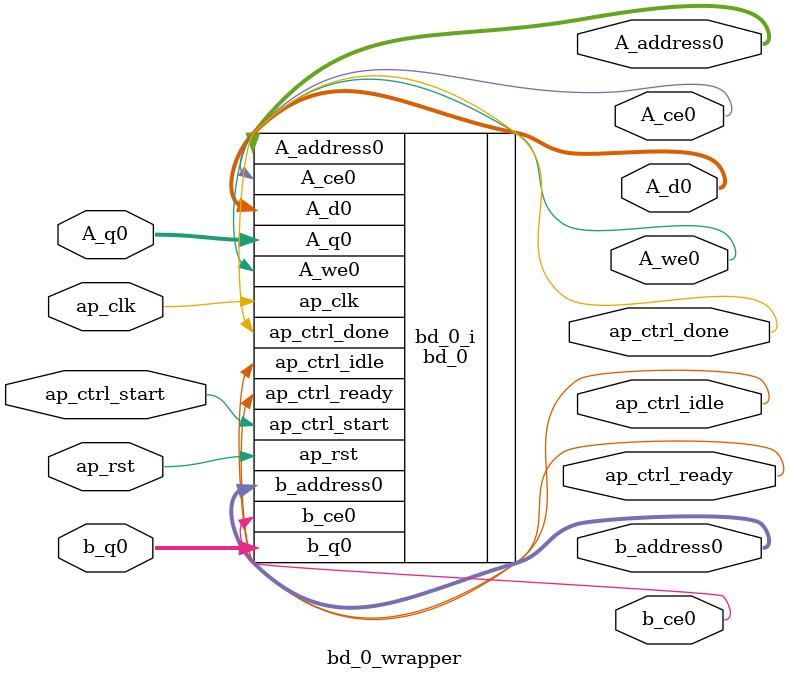
<source format=v>
`timescale 1 ps / 1 ps

module bd_0_wrapper
   (A_address0,
    A_ce0,
    A_d0,
    A_q0,
    A_we0,
    ap_clk,
    ap_ctrl_done,
    ap_ctrl_idle,
    ap_ctrl_ready,
    ap_ctrl_start,
    ap_rst,
    b_address0,
    b_ce0,
    b_q0);
  output [9:0]A_address0;
  output A_ce0;
  output [31:0]A_d0;
  input [31:0]A_q0;
  output A_we0;
  input ap_clk;
  output ap_ctrl_done;
  output ap_ctrl_idle;
  output ap_ctrl_ready;
  input ap_ctrl_start;
  input ap_rst;
  output [9:0]b_address0;
  output b_ce0;
  input [31:0]b_q0;

  wire [9:0]A_address0;
  wire A_ce0;
  wire [31:0]A_d0;
  wire [31:0]A_q0;
  wire A_we0;
  wire ap_clk;
  wire ap_ctrl_done;
  wire ap_ctrl_idle;
  wire ap_ctrl_ready;
  wire ap_ctrl_start;
  wire ap_rst;
  wire [9:0]b_address0;
  wire b_ce0;
  wire [31:0]b_q0;

  bd_0 bd_0_i
       (.A_address0(A_address0),
        .A_ce0(A_ce0),
        .A_d0(A_d0),
        .A_q0(A_q0),
        .A_we0(A_we0),
        .ap_clk(ap_clk),
        .ap_ctrl_done(ap_ctrl_done),
        .ap_ctrl_idle(ap_ctrl_idle),
        .ap_ctrl_ready(ap_ctrl_ready),
        .ap_ctrl_start(ap_ctrl_start),
        .ap_rst(ap_rst),
        .b_address0(b_address0),
        .b_ce0(b_ce0),
        .b_q0(b_q0));
endmodule

</source>
